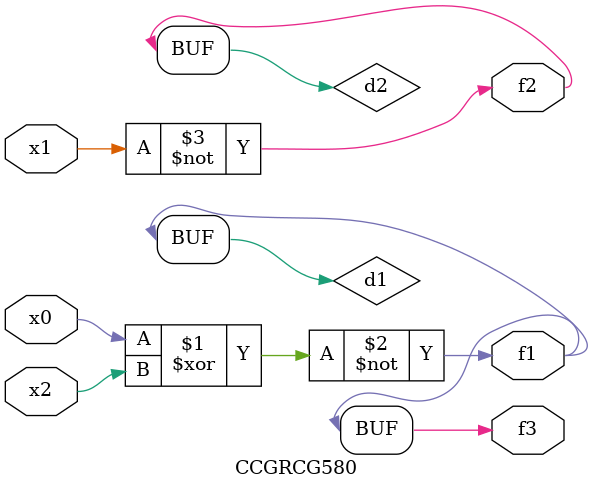
<source format=v>
module CCGRCG580(
	input x0, x1, x2,
	output f1, f2, f3
);

	wire d1, d2, d3;

	xnor (d1, x0, x2);
	nand (d2, x1);
	nor (d3, x1, x2);
	assign f1 = d1;
	assign f2 = d2;
	assign f3 = d1;
endmodule

</source>
